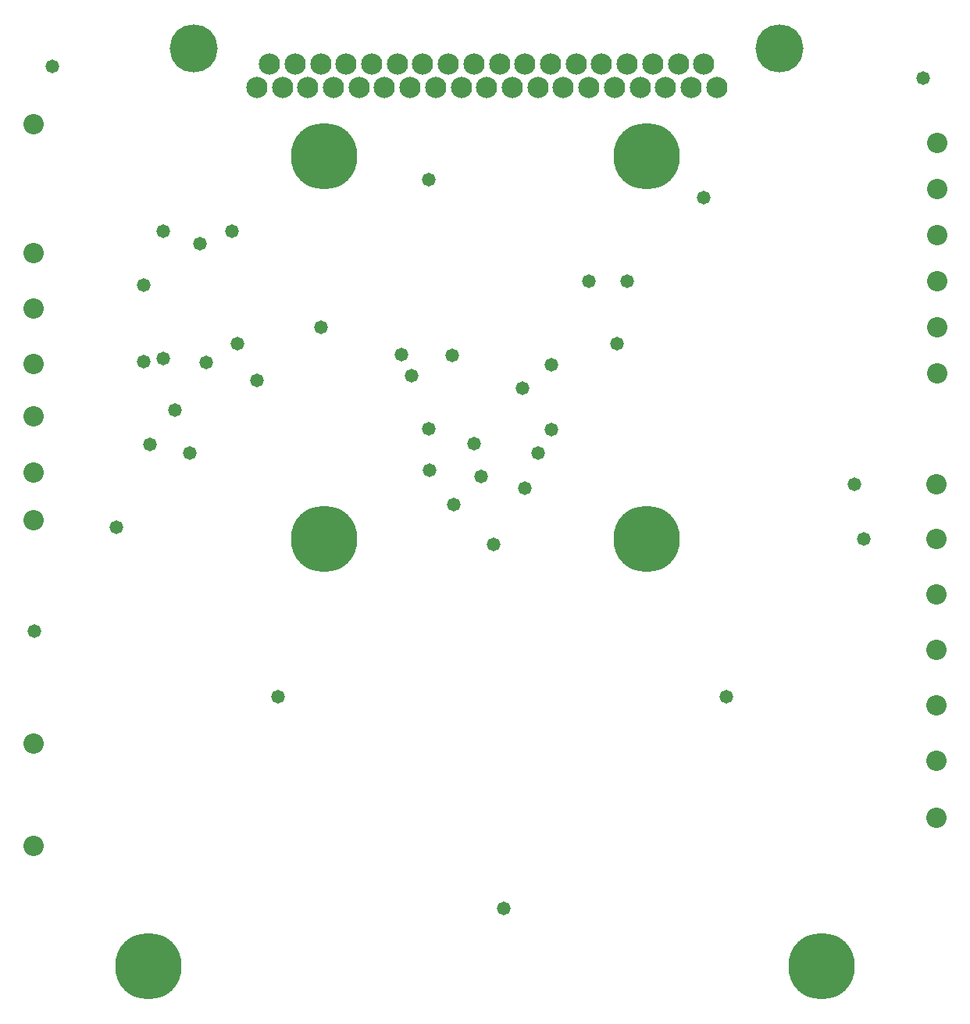
<source format=gbs>
G04*
G04 #@! TF.GenerationSoftware,Altium Limited,Altium Designer,19.0.9 (268)*
G04*
G04 Layer_Color=16711935*
%FSLAX25Y25*%
%MOIN*%
G70*
G01*
G75*
%ADD20C,0.08674*%
%ADD21C,0.20485*%
%ADD22C,0.09068*%
%ADD23C,0.28359*%
%ADD24C,0.05800*%
D20*
X192717Y97677D02*
D03*
X-192913Y393602D02*
D03*
X192520Y121949D02*
D03*
Y145669D02*
D03*
Y169291D02*
D03*
X192717Y192913D02*
D03*
Y216535D02*
D03*
Y240158D02*
D03*
X-192913Y338583D02*
D03*
Y315059D02*
D03*
Y291339D02*
D03*
Y269153D02*
D03*
Y245130D02*
D03*
Y224508D02*
D03*
X192913Y287303D02*
D03*
Y306988D02*
D03*
Y326673D02*
D03*
Y346358D02*
D03*
Y366043D02*
D03*
Y385728D02*
D03*
X-192864Y85728D02*
D03*
X-192913Y129390D02*
D03*
D21*
X-124449Y426102D02*
D03*
X125591D02*
D03*
D22*
X93307Y419291D02*
D03*
X82402D02*
D03*
X71496D02*
D03*
X60591D02*
D03*
X49685D02*
D03*
X38780D02*
D03*
X27874D02*
D03*
X16969D02*
D03*
X6063D02*
D03*
X-4843D02*
D03*
X-15748D02*
D03*
X-26654D02*
D03*
X-37559D02*
D03*
X-48465D02*
D03*
X-59370D02*
D03*
X-70276D02*
D03*
X-81181D02*
D03*
X-92087D02*
D03*
X98779Y409291D02*
D03*
X87874D02*
D03*
X76968D02*
D03*
X66063D02*
D03*
X55158D02*
D03*
X44252D02*
D03*
X33347D02*
D03*
X22441D02*
D03*
X11535D02*
D03*
X630D02*
D03*
X-10276D02*
D03*
X-21181D02*
D03*
X-32087D02*
D03*
X-42992D02*
D03*
X-53898D02*
D03*
X-64803D02*
D03*
X-75709D02*
D03*
X-97520D02*
D03*
X-86614D02*
D03*
D23*
X143701Y34252D02*
D03*
X-143701D02*
D03*
X68898Y379921D02*
D03*
X-68898D02*
D03*
Y216535D02*
D03*
X68898D02*
D03*
D24*
X-97520Y284411D02*
D03*
X-31496Y286321D02*
D03*
X28213Y263405D02*
D03*
X-157571Y221518D02*
D03*
X-192333Y177165D02*
D03*
X8000Y59055D02*
D03*
X3622Y214216D02*
D03*
X56063Y300135D02*
D03*
X-70276Y307086D02*
D03*
X-184630Y418412D02*
D03*
X187008Y413386D02*
D03*
X-88583Y149190D02*
D03*
X103003D02*
D03*
X-13354Y231361D02*
D03*
X-1772Y243406D02*
D03*
X-4843Y257197D02*
D03*
X28179Y291160D02*
D03*
X-143173Y256936D02*
D03*
X-145669Y292422D02*
D03*
X-119193Y292143D02*
D03*
X-105945Y300135D02*
D03*
X-108110Y348032D02*
D03*
X-121654Y342519D02*
D03*
X-137402Y293511D02*
D03*
X-137324Y348071D02*
D03*
X15748Y281120D02*
D03*
X22441Y253405D02*
D03*
X16969Y238405D02*
D03*
X44252Y326673D02*
D03*
X60591Y326772D02*
D03*
X-24163Y263779D02*
D03*
X161417Y216535D02*
D03*
X157480Y240158D02*
D03*
X-125984Y253405D02*
D03*
X-23622Y246004D02*
D03*
X-35669Y295276D02*
D03*
X-14043Y295059D02*
D03*
X93307Y362205D02*
D03*
X-24163Y370079D02*
D03*
X-132421Y271654D02*
D03*
X-145669Y325059D02*
D03*
M02*

</source>
